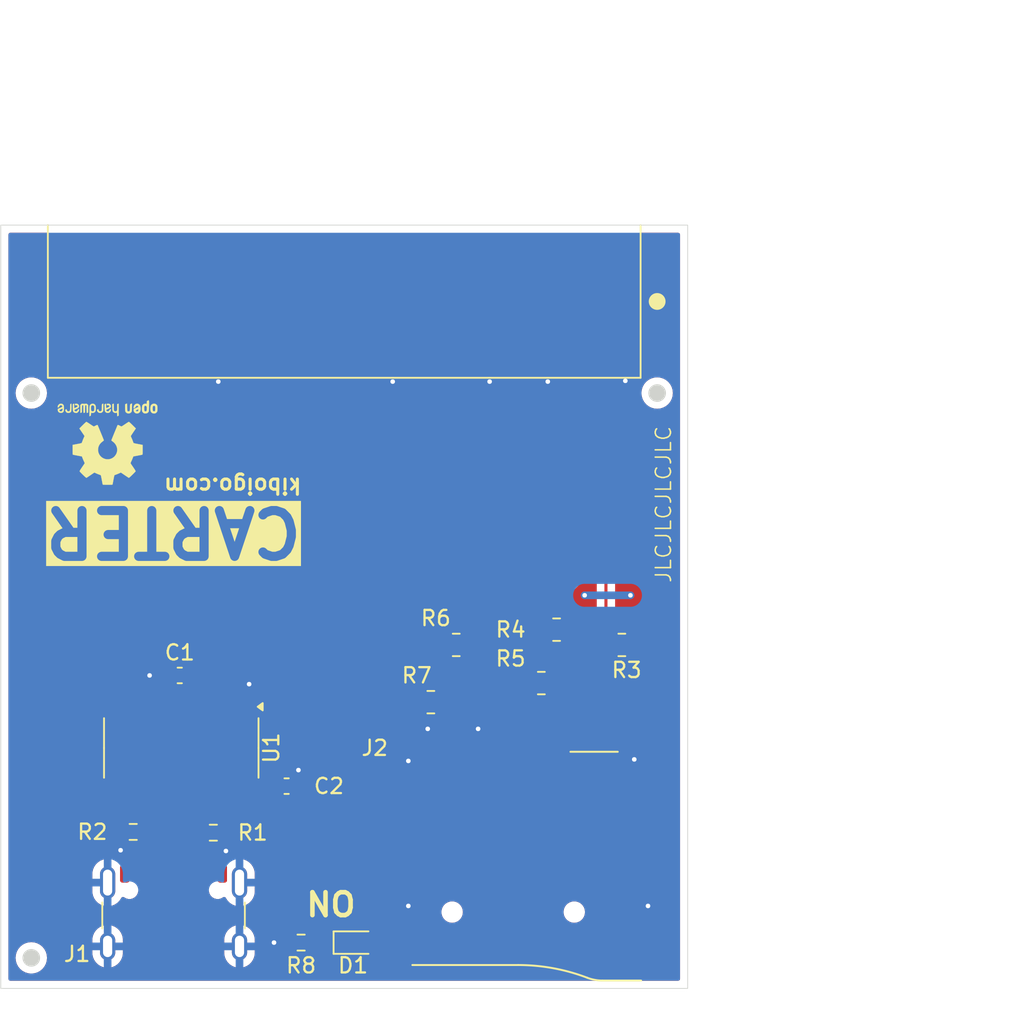
<source format=kicad_pcb>
(kicad_pcb (version 20240108) (generator "pcbnew") (generator_version "8.0")
  (layers (0 "F.Cu" signal) (31 "B.Cu" signal) (34 "B.Paste" user) (35 "F.Paste" user) (36 "B.SilkS" user "B.Silkscreen") (37 "F.SilkS" user "F.Silkscreen") (38 "B.Mask" user) (39 "F.Mask" user) (44 "Edge.Cuts" user))
  (net 0 "")
  (net 1 "GND")
  (net 2 "+3V3")
  (net 3 "Net-(D1-K)")
  (net 4 "+5V")
  (net 5 "Net-(U1-UD-)")
  (net 6 "Net-(J1-CC1)")
  (net 7 "Net-(U1-UD+)")
  (net 8 "Net-(J1-CC2)")
  (net 9 "/SD_CLK")
  (net 10 "/SD_D2")
  (net 11 "/SD_D3")
  (net 12 "/SD_CMD")
  (net 13 "/SD_D0")
  (net 14 "/SD_D1")
  (net 17 "Net-(U1-TXD)")
  (net 20 "Net-(U1-RXD)")
  (footprint "Capacitor_SMD:C_0603_1608Metric" (layer "F.Cu") (at 141.725 79.5 180)
    (property "Reference" "C1" (at 0 1.5 180) (layer "F.SilkS"))
    (property "Value" "0.1uF")
    (pad "1" smd roundrect (at -0.775 0 180) (size 0.9 0.95) (layers "F.Cu" "F.Paste" "F.Mask") (net 2 "+3V3"))
    (pad "2" smd roundrect (at 0.775 0 180) (size 0.9 0.95) (layers "F.Cu" "F.Paste" "F.Mask") (net 1 "GND"))
  )
  (footprint "Resistor_SMD:R_0603_1608Metric" (layer "F.Cu") (at 149.675 97)
    (property "Reference" "R8" (at 0 1.5 0) (layer "F.SilkS"))
    (property "Value" "220")
    (pad "1" smd roundrect (at -0.825 0) (size 0.8 0.95) (layers "F.Cu" "F.Paste" "F.Mask") (net 1 "GND"))
    (pad "2" smd roundrect (at 0.825 0) (size 0.8 0.95) (layers "F.Cu" "F.Paste" "F.Mask") (net 3 "Net-(D1-K)"))
  )
  (footprint "Resistor_SMD:R_0805_2012Metric" (layer "F.Cu") (at 159.8375 77.5)
    (property "Reference" "R6" (at -1.3375 -1.75 0) (layer "F.SilkS"))
    (property "Value" "50K")
    (pad "1" smd roundrect (at -0.9125 0) (size 1.025 1.4) (layers "F.Cu" "F.Paste" "F.Mask") (roundrect_rratio 0.243902) (net 2 "+3V3"))
    (pad "2" smd roundrect (at 0.9125 0) (size 1.025 1.4) (layers "F.Cu" "F.Paste" "F.Mask") (roundrect_rratio 0.243902) (net 13 "/SD_D0"))
  )
  (footprint "LED_SMD:LED_0603_1608Metric" (layer "F.Cu") (at 153.2875 97)
    (property "Reference" "D1" (at -0.2125 1.5 0) (layer "F.SilkS"))
    (property "Value" "Power LED")
    (pad "1" smd roundrect (at -0.7875 0) (size 0.875 0.95) (layers "F.Cu" "F.Paste" "F.Mask") (net 3 "Net-(D1-K)"))
    (pad "2" smd roundrect (at 0.7875 0) (size 0.875 0.95) (layers "F.Cu" "F.Paste" "F.Mask") (net 2 "+3V3"))
  )
  (footprint "Symbol:OSHW-Logo2_7.3x6mm_SilkScreen" (layer "F.Cu") (at 137 64.25 180)
    (property "Reference" "REF**" (hide yes))
    (property "Value" "OSHW-Logo2_7.3x6mm_SilkScreen" (hide yes))
  )
  (footprint "Resistor_SMD:R_0805_2012Metric" (layer "F.Cu") (at 170.6875 77.5 180)
    (property "Reference" "R3" (at -0.3125 -1.65 180) (layer "F.SilkS"))
    (property "Value" "50K")
    (pad "1" smd roundrect (at -0.9125 0 180) (size 1.025 1.4) (layers "F.Cu" "F.Paste" "F.Mask") (roundrect_rratio 0.243902) (net 2 "+3V3"))
    (pad "2" smd roundrect (at 0.9125 0 180) (size 1.025 1.4) (layers "F.Cu" "F.Paste" "F.Mask") (roundrect_rratio 0.243902) (net 10 "/SD_D2"))
  )
  (footprint "Capacitor_SMD:C_0603_1608Metric" (layer "F.Cu") (at 148.725 86.75)
    (property "Reference" "C2" (at 2.775 0 0) (layer "F.SilkS"))
    (property "Value" "0.1uF")
    (pad "1" smd roundrect (at -0.775 0) (size 0.9 0.95) (layers "F.Cu" "F.Paste" "F.Mask") (net 2 "+3V3"))
    (pad "2" smd roundrect (at 0.775 0) (size 0.9 0.95) (layers "F.Cu" "F.Paste" "F.Mask") (net 1 "GND"))
  )
  (footprint "Resistor_SMD:R_0805_2012Metric" (layer "F.Cu") (at 166.4125 76.5 180)
    (property "Reference" "R4" (at 3.0125 0 180) (layer "F.SilkS"))
    (property "Value" "50K")
    (pad "1" smd roundrect (at -0.9125 0 180) (size 1.025 1.4) (layers "F.Cu" "F.Paste" "F.Mask") (roundrect_rratio 0.243902) (net 2 "+3V3"))
    (pad "2" smd roundrect (at 0.9125 0 180) (size 1.025 1.4) (layers "F.Cu" "F.Paste" "F.Mask") (roundrect_rratio 0.243902) (net 11 "/SD_D3"))
  )
  (footprint "Resistor_SMD:R_0603_1608Metric" (layer "F.Cu") (at 143.925 89.8)
    (property "Reference" "R1" (at 2.575 0 0) (layer "F.SilkS"))
    (property "Value" "5.1K")
    (pad "1" smd roundrect (at -0.825 0) (size 0.8 0.95) (layers "F.Cu" "F.Paste" "F.Mask") (net 8 "Net-(J1-CC2)"))
    (pad "2" smd roundrect (at 0.825 0) (size 0.8 0.95) (layers "F.Cu" "F.Paste" "F.Mask") (net 1 "GND"))
  )
  (footprint "LeapFrog:Cartridge" (layer "F.Cu") (at 152.5 55)
    (property "Reference" "U2" (hide yes))
    (property "Value" "~")
    (pad "1" smd rect (at -18.415 0) (size 1 8) (layers "F.Cu" "F.Mask"))
    (pad "2" smd rect (at -17.145 0) (size 1 8) (layers "F.Cu" "F.Mask"))
    (pad "3" smd rect (at -15.875 0) (size 1 8) (layers "F.Cu" "F.Mask"))
    (pad "4" smd rect (at -14.605 0) (size 1 8) (layers "F.Cu" "F.Mask"))
    (pad "5" smd rect (at -13.335 0) (size 1 8) (layers "F.Cu" "F.Mask"))
    (pad "6" smd rect (at -12.065 0) (size 1 8) (layers "F.Cu" "F.Mask"))
    (pad "7" smd rect (at -10.795 0) (size 1 8) (layers "F.Cu" "F.Mask"))
    (pad "8" smd rect (at -9.525 0) (size 1 8) (layers "F.Cu" "F.Mask") (net 2 "+3V3"))
    (pad "9" smd rect (at -8.255 0) (size 1 8) (layers "F.Cu" "F.Mask") (net 1 "GND"))
    (pad "10" smd rect (at -6.985 0) (size 1 8) (layers "F.Cu" "F.Mask"))
    (pad "11" smd rect (at -5.715 0) (size 1 8) (layers "F.Cu" "F.Mask"))
    (pad "12" smd rect (at -4.445 0) (size 1 8) (layers "F.Cu" "F.Mask"))
    (pad "13" smd rect (at -3.175 0) (size 1 8) (layers "F.Cu" "F.Mask"))
    (pad "14" smd rect (at -1.905 0) (size 1 8) (layers "F.Cu" "F.Mask"))
    (pad "15" smd rect (at -0.635 0) (size 1 8) (layers "F.Cu" "F.Mask"))
    (pad "16" smd rect (at 0.635 0) (size 1 8) (layers "F.Cu" "F.Mask"))
    (pad "17" smd rect (at 1.905 0) (size 1 8) (layers "F.Cu" "F.Mask"))
    (pad "18" smd rect (at 3.175 0) (size 1 8) (layers "F.Cu" "F.Mask") (net 1 "GND"))
    (pad "19" smd rect (at 4.445 0) (size 1 8) (layers "F.Cu" "F.Mask") (net 20 "Net-(U1-RXD)"))
    (pad "20" smd rect (at 5.715 0) (size 1 8) (layers "F.Cu" "F.Mask") (net 17 "Net-(U1-TXD)"))
    (pad "21" smd rect (at 6.985 0) (size 1 8) (layers "F.Cu" "F.Mask") (net 14 "/SD_D1"))
    (pad "22" smd rect (at 8.255 0) (size 1 8) (layers "F.Cu" "F.Mask") (net 13 "/SD_D0"))
    (pad "23" smd rect (at 9.525 0) (size 1 8) (layers "F.Cu" "F.Mask") (net 1 "GND"))
    (pad "24" smd rect (at 10.795 0) (size 1 8) (layers "F.Cu" "F.Mask") (net 9 "/SD_CLK"))
    (pad "25" smd rect (at 12.065 0) (size 1 8) (layers "F.Cu" "F.Mask") (net 2 "+3V3"))
    (pad "26" smd rect (at 13.335 0) (size 1 8) (layers "F.Cu" "F.Mask") (net 1 "GND"))
    (pad "27" smd rect (at 14.605 0) (size 1 8) (layers "F.Cu" "F.Mask") (net 12 "/SD_CMD"))
    (pad "28" smd rect (at 15.875 0) (size 1 8) (layers "F.Cu" "F.Mask") (net 11 "/SD_D3"))
    (pad "29" smd rect (at 17.145 0) (size 1 8) (layers "F.Cu" "F.Mask") (net 10 "/SD_D2"))
    (pad "30" smd rect (at 18.415 0) (size 1 8) (layers "F.Cu" "F.Mask") (net 1 "GND"))
  )
  (footprint "Resistor_SMD:R_0805_2012Metric" (layer "F.Cu") (at 165.4125 80 180)
    (property "Reference" "R5" (at 2.0125 1.6 180) (layer "F.SilkS"))
    (property "Value" "50K")
    (pad "1" smd roundrect (at -0.9125 0 180) (size 1.025 1.4) (layers "F.Cu" "F.Paste" "F.Mask") (roundrect_rratio 0.243902) (net 2 "+3V3"))
    (pad "2" smd roundrect (at 0.9125 0 180) (size 1.025 1.4) (layers "F.Cu" "F.Paste" "F.Mask") (roundrect_rratio 0.243902) (net 12 "/SD_CMD"))
  )
  (footprint "Package_SO:SOIC-16_3.9x9.9mm_P1.27mm" (layer "F.Cu") (at 141.825 84.25 -90)
    (property "Reference" "U1" (at 0 -5.9 90) (layer "F.SilkS"))
    (property "Value" "CH340C")
    (pad "1" smd roundrect (at -2.475 -4.445 270) (size 1.95 0.6) (layers "F.Cu" "F.Paste" "F.Mask") (net 1 "GND"))
    (pad "2" smd roundrect (at -2.475 -3.175 270) (size 1.95 0.6) (layers "F.Cu" "F.Paste" "F.Mask") (net 17 "Net-(U1-TXD)"))
    (pad "3" smd roundrect (at -2.475 -1.905 270) (size 1.95 0.6) (layers "F.Cu" "F.Paste" "F.Mask") (net 20 "Net-(U1-RXD)"))
    (pad "4" smd roundrect (at -2.475 -0.635 270) (size 1.95 0.6) (layers "F.Cu" "F.Paste" "F.Mask") (net 2 "+3V3"))
    (pad "5" smd roundrect (at -2.475 0.635 270) (size 1.95 0.6) (layers "F.Cu" "F.Paste" "F.Mask") (net 7 "Net-(U1-UD+)"))
    (pad "6" smd roundrect (at -2.475 1.905 270) (size 1.95 0.6) (layers "F.Cu" "F.Paste" "F.Mask") (net 5 "Net-(U1-UD-)"))
    (pad "7" smd roundrect (at -2.475 3.175 270) (size 1.95 0.6) (layers "F.Cu" "F.Paste" "F.Mask"))
    (pad "8" smd roundrect (at -2.475 4.445 270) (size 1.95 0.6) (layers "F.Cu" "F.Paste" "F.Mask"))
    (pad "9" smd roundrect (at 2.475 4.445 270) (size 1.95 0.6) (layers "F.Cu" "F.Paste" "F.Mask"))
    (pad "10" smd roundrect (at 2.475 3.175 270) (size 1.95 0.6) (layers "F.Cu" "F.Paste" "F.Mask"))
    (pad "11" smd roundrect (at 2.475 1.905 270) (size 1.95 0.6) (layers "F.Cu" "F.Paste" "F.Mask"))
    (pad "12" smd roundrect (at 2.475 0.635 270) (size 1.95 0.6) (layers "F.Cu" "F.Paste" "F.Mask"))
    (pad "13" smd roundrect (at 2.475 -0.635 270) (size 1.95 0.6) (layers "F.Cu" "F.Paste" "F.Mask"))
    (pad "14" smd roundrect (at 2.475 -1.905 270) (size 1.95 0.6) (layers "F.Cu" "F.Paste" "F.Mask"))
    (pad "15" smd roundrect (at 2.475 -3.175 270) (size 1.95 0.6) (layers "F.Cu" "F.Paste" "F.Mask"))
    (pad "16" smd roundrect (at 2.475 -4.445 270) (size 1.95 0.6) (layers "F.Cu" "F.Paste" "F.Mask") (net 2 "+3V3"))
  )
  (footprint "Resistor_SMD:R_0805_2012Metric" (layer "F.Cu") (at 158.175 81.25)
    (property "Reference" "R7" (at -0.925 -1.75 0) (layer "F.SilkS"))
    (property "Value" "50K")
    (pad "1" smd roundrect (at -0.9125 0) (size 1.025 1.4) (layers "F.Cu" "F.Paste" "F.Mask") (roundrect_rratio 0.243902) (net 2 "+3V3"))
    (pad "2" smd roundrect (at 0.9125 0) (size 1.025 1.4) (layers "F.Cu" "F.Paste" "F.Mask") (roundrect_rratio 0.243902) (net 14 "/SD_D1"))
  )
  (footprint "ST-TF:SUNTECH_ST-TF-003A" (layer "F.Cu") (at 163.25 89.83)
    (property "Reference" "J2" (at -8.75 -5.58 0) (layer "F.SilkS") (effects (font (size 1.000504 1.000504))))
    (property "Value" "Micro_SD_Card")
    (pad "" np_thru_hole circle (at -3.68 5.17) (size 0.9 0.9) (drill 0.9) (layers "*.Cu" "*.Mask"))
    (pad "" np_thru_hole circle (at 4.32 5.17) (size 0.9 0.9) (drill 0.9) (layers "*.Cu" "*.Mask"))
    (pad "1" smd rect (at 3.52 -5.33 270) (size 1.6 0.7) (layers "F.Cu" "F.Paste" "F.Mask") (net 10 "/SD_D2"))
    (pad "2" smd rect (at 2.42 -5.330001 270) (size 1.6 0.7) (layers "F.Cu" "F.Paste" "F.Mask") (net 11 "/SD_D3"))
    (pad "3" smd rect (at 1.32 -5.33 270) (size 1.6 0.7) (layers "F.Cu" "F.Paste" "F.Mask") (net 12 "/SD_CMD"))
    (pad "4" smd rect (at 0.22 -5.330001 270) (size 1.6 0.7) (layers "F.Cu" "F.Paste" "F.Mask") (net 2 "+3V3"))
    (pad "5" smd rect (at -0.88 -5.33 270) (size 1.6 0.7) (layers "F.Cu" "F.Paste" "F.Mask") (net 9 "/SD_CLK"))
    (pad "6" smd rect (at -1.98 -5.330001 270) (size 1.6 0.7) (layers "F.Cu" "F.Paste" "F.Mask") (net 1 "GND"))
    (pad "7" smd rect (at -3.08 -5.33 270) (size 1.6 0.7) (layers "F.Cu" "F.Paste" "F.Mask") (net 13 "/SD_D0"))
    (pad "8" smd rect (at -4.18 -5.33 270) (size 1.6 0.7) (layers "F.Cu" "F.Paste" "F.Mask") (net 14 "/SD_D1"))
    (pad "9" smd rect (at -5.28 -5.33 270) (size 1.6 0.7) (layers "F.Cu" "F.Paste" "F.Mask") (net 1 "GND"))
    (pad "G1" smd rect (at -6.580001 -4.73 270) (size 1.6 1.4) (layers "F.Cu" "F.Paste" "F.Mask"))
    (pad "G2" smd rect (at -6.58 4.77 270) (size 2.2 1.4) (layers "F.Cu" "F.Paste" "F.Mask"))
    (pad "G3" smd rect (at 9.12 4.77 270) (size 2.2 1.4) (layers "F.Cu" "F.Paste" "F.Mask"))
    (pad "G4" smd rect (at 8.22 -4.83 270) (size 1.4 1.8) (layers "F.Cu" "F.Paste" "F.Mask"))
    (zone (net 0) (net_name "") (layer "F.Cu") (connect_pads (clearance 0)) (min_thickness 0.01)
      (keepout (tracks not_allowed) (vias not_allowed) (pads not_allowed) (copperpour not_allowed) (footprints allowed))
      (fill (thermal_gap 0.508) (thermal_bridge_width 0.508))
      (polygon (pts (xy 161.91863 85.4) (xy 163.920001 85.4) (xy 163.92 94.40471) (xy 161.91863 94.40471)))
    )
  )
  (footprint "Resistor_SMD:R_0603_1608Metric" (layer "F.Cu") (at 138.675 89.75 180)
    (property "Reference" "R2" (at 2.675 0 180) (layer "F.SilkS"))
    (property "Value" "5.1K")
    (pad "1" smd roundrect (at -0.825 0 180) (size 0.8 0.95) (layers "F.Cu" "F.Paste" "F.Mask") (net 6 "Net-(J1-CC1)"))
    (pad "2" smd roundrect (at 0.825 0 180) (size 0.8 0.95) (layers "F.Cu" "F.Paste" "F.Mask") (net 1 "GND"))
  )
  (footprint "Connector_USB:USB_C_Receptacle_GCT_USB4105-xx-A_16P_TopMnt_Horizontal" (layer "F.Cu") (at 141.32 96.175)
    (property "Reference" "J1" (at -6.32 1.575 0) (layer "F.SilkS"))
    (property "Value" "USB C")
    (pad "" np_thru_hole circle (at -2.89 -2.605) (size 0.65 0.65) (drill 0.65) (layers "F&B.Cu" "*.Mask"))
    (pad "" np_thru_hole circle (at 2.89 -2.605) (size 0.65 0.65) (drill 0.65) (layers "F&B.Cu" "*.Mask"))
    (pad "A1" smd roundrect (at -3.2 -3.68) (size 0.6 1.15) (layers "F.Cu" "F.Paste" "F.Mask") (net 1 "GND"))
    (pad "A4" smd roundrect (at -2.4 -3.68) (size 0.6 1.15) (layers "F.Cu" "F.Paste" "F.Mask") (net 4 "+5V"))
    (pad "A5" smd roundrect (at -1.25 -3.679999) (size 0.3 1.15) (layers "F.Cu" "F.Paste" "F.Mask") (net 6 "Net-(J1-CC1)"))
    (pad "A6" smd roundrect (at -0.25 -3.68) (size 0.3 1.15) (layers "F.Cu" "F.Paste" "F.Mask") (net 7 "Net-(U1-UD+)"))
    (pad "A7" smd roundrect (at 0.25 -3.68) (size 0.3 1.15) (layers "F.Cu" "F.Paste" "F.Mask") (net 5 "Net-(U1-UD-)"))
    (pad "A8" smd roundrect (at 1.25 -3.679999) (size 0.3 1.15) (layers "F.Cu" "F.Paste" "F.Mask"))
    (pad "A9" smd roundrect (at 2.4 -3.68) (size 0.6 1.15) (layers "F.Cu" "F.Paste" "F.Mask") (net 4 "+5V"))
    (pad "A12" smd roundrect (at 3.2 -3.68) (size 0.6 1.15) (layers "F.Cu" "F.Paste" "F.Mask") (net 1 "GND"))
    (pad "B1" smd roundrect (at 3.2 -3.68) (size 0.6 1.15) (layers "F.Cu" "F.Paste" "F.Mask") (net 1 "GND"))
    (pad "B4" smd roundrect (at 2.4 -3.68) (size 0.6 1.15) (layers "F.Cu" "F.Paste" "F.Mask") (net 4 "+5V"))
    (pad "B5" smd roundrect (at 1.75 -3.68) (size 0.3 1.15) (layers "F.Cu" "F.Paste" "F.Mask") (net 8 "Net-(J1-CC2)"))
    (pad "B6" smd roundrect (at 0.75 -3.68) (size 0.3 1.15) (layers "F.Cu" "F.Paste" "F.Mask") (net 7 "Net-(U1-UD+)"))
    (pad "B7" smd roundrect (at -0.75 -3.68) (size 0.3 1.15) (layers "F.Cu" "F.Paste" "F.Mask") (net 5 "Net-(U1-UD-)"))
    (pad "B8" smd roundrect (at -1.75 -3.68) (size 0.3 1.15) (layers "F.Cu" "F.Paste" "F.Mask"))
    (pad "B9" smd roundrect (at -2.4 -3.68) (size 0.6 1.15) (layers "F.Cu" "F.Paste" "F.Mask") (net 4 "+5V"))
    (pad "B12" smd roundrect (at -3.2 -3.68) (size 0.6 1.15) (layers "F.Cu" "F.Paste" "F.Mask") (net 1 "GND"))
    (pad "S1" thru_hole oval (at -4.32 -3.105) (size 1 2.1) (drill oval 0.6 1.7) (layers "*.Cu" "*.Mask" "F.Paste") (net 1 "GND"))
    (pad "S1" thru_hole oval (at -4.32 1.075) (size 1 1.8) (drill oval 0.6 1.4) (layers "*.Cu" "*.Mask" "F.Paste") (net 1 "GND"))
    (pad "S1" thru_hole oval (at 4.32 -3.105) (size 1 2.1) (drill oval 0.6 1.7) (layers "*.Cu" "*.Mask" "F.Paste") (net 1 "GND"))
    (pad "S1" thru_hole oval (at 4.32 1.075) (size 1 1.8) (drill oval 0.6 1.4) (layers "*.Cu" "*.Mask" "F.Paste") (net 1 "GND"))
  )
  (gr_circle (center 132 98) (end 132.526 98) (stroke (width 0.1)) (fill solid) (layer "Edge.Cuts"))
  (gr_circle (center 173 61) (end 173.526 61) (stroke (width 0.1)) (fill solid) (layer "Edge.Cuts"))
  (gr_circle (center 132 61) (end 132.526 61) (stroke (width 0.1)) (fill solid) (layer "Edge.Cuts"))
  (gr_rect (start 130 50) (end 175 100) (stroke (width 0.05)) (fill none) (layer "Edge.Cuts"))
  (gr_text "JLCJLCJLCJLC\n" (at 174 73.5 90) (layer "F.SilkS") (effects (font (size 1 1) (thickness 0.1)) (justify left bottom)))
  (gr_text "ON\n" (at 153.4 93.5 180) (layer "F.SilkS") (effects (font (size 1.5 1.5) (thickness 0.3) (bold yes)) (justify left bottom)))
  (gr_text "CARTER" (at 150 68.3 180) (layer "F.SilkS" knockout) (effects (font (size 3 3) (thickness 0.6) (bold yes)) (justify left bottom)))
  (gr_text "kiboigo.com" (at 149.8 66.5 180) (layer "F.SilkS") (effects (font (size 1 1) (thickness 0.2) (bold yes)) (justify left bottom)))
  (segment (start 171.47 85) (end 171.5 85) (width 0.5) (layer "F.Cu") (net 1))
  (segment (start 144.75 91) (end 144.75 89.85) (width 0.5) (layer "F.Cu") (net 1))
  (segment (start 161.27 83) (end 161.27 84.499999) (width 0.5) (layer "F.Cu") (net 1))
  (segment (start 172.37 94.6) (end 172.4 94.6) (width 0.5) (layer "F.Cu") (net 1))
  (segment (start 170.915 60.2) (end 170.915 55) (width 0.5) (layer "F.Cu") (net 1))
  (segment (start 144.52 91.23) (end 144.52 92.495) (width 0.5) (layer "F.Cu") (net 1))
  (segment (start 165.835 60.25) (end 165.835 55) (width 0.5) (layer "F.Cu") (net 1))
  (segment (start 156.669999 85.1) (end 156.7 85.1) (width 0.5) (layer "F.Cu") (net 1))
  (segment (start 157.97 83) (end 157.97 84.5) (width 0.5) (layer "F.Cu") (net 1))
  (segment (start 156.67 94.58) (end 156.75 94.5) (width 0.5) (layer "F.Cu") (net 1))
  (segment (start 157.97 84.000001) (end 157.97 84.5) (width 0.5) (layer "F.Cu") (net 1))
  (segment (start 137.85 90.95) (end 137.85 89.75) (width 0.5) (layer "F.Cu") (net 1))
  (segment (start 155.675 60.25) (end 155.675 55) (width 0.5) (layer "F.Cu") (net 1))
  (segment (start 144.245 60.245) (end 144.245 55) (width 0.5) (layer "F.Cu") (net 1))
  (segment (start 172.4 94.6) (end 172.35 94.6) (width 0.5) (layer "F.Cu") (net 1))
  (segment (start 149.5 86.75) (end 149.5 85.7) (width 0.5) (layer "F.Cu") (net 1))
  (segment (start 138.12 92.495) (end 138.12 91.22) (width 0.5) (layer "F.Cu") (net 1))
  (segment (start 156.67 94.6) (end 156.7 94.6) (width 0.5) (layer "F.Cu") (net 1))
  (segment (start 147.9 97) (end 148.85 97) (width 0.5) (layer "F.Cu") (net 1))
  (segment (start 162.025 60.25) (end 162.025 55) (width 0.5) (layer "F.Cu") (net 1))
  (segment (start 140.7 79.5) (end 139.75 79.5) (width 0.5) (layer "F.Cu") (net 1))
  (segment (start 144.75 91) (end 144.52 91.23) (width 0.5) (layer "F.Cu") (net 1))
  (segment (start 146.27 80.07) (end 146.27 81.775) (width 0.5) (layer "F.Cu") (net 1))
  (segment (start 138.12 91.22) (end 137.85 90.95) (width 0.5) (layer "F.Cu") (net 1))
  (segment (start 156.7 85.1) (end 156.6 85.1) (width 0.5) (layer "F.Cu") (net 1))
  (segment (start 156.6 85.1) (end 156.5 85) (width 0.5) (layer "F.Cu") (net 1))
  (segment (start 172.35 94.6) (end 172.25 94.5) (width 0.5) (layer "F.Cu") (net 1))
  (segment (start 144.25 60.25) (end 144.245 60.245) (width 0.5) (layer "F.Cu") (net 1))
  (segment (start 156.7 94.6) (end 156.67 94.58) (width 0.5) (layer "F.Cu") (net 1))
  (via (at 161.27 83) (size 0.6) (drill 0.3) (layers "F.Cu" "B.Cu") (net 1))
  (via (at 156.7 94.6) (size 0.6) (drill 0.3) (layers "F.Cu" "B.Cu") (net 1))
  (via (at 137.85 90.95) (size 0.6) (drill 0.3) (layers "F.Cu" "B.Cu") (net 1))
  (via (at 171.5 85) (size 0.6) (drill 0.3) (layers "F.Cu" "B.Cu") (net 1))
  (via (at 155.675 60.25) (size 0.6) (drill 0.3) (layers "F.Cu" "B.Cu") (net 1))
  (via (at 162.025 60.25) (size 0.6) (drill 0.3) (layers "F.Cu" "B.Cu") (net 1))
  (via (at 170.915 60.2) (size 0.6) (drill 0.3) (layers "F.Cu" "B.Cu") (net 1))
  (via (at 146.27 80.07) (size 0.6) (drill 0.3) (layers "F.Cu" "B.Cu") (net 1))
  (via (at 157.97 83) (size 0.6) (drill 0.3) (layers "F.Cu" "B.Cu") (net 1))
  (via (at 144.75 91) (size 0.6) (drill 0.3) (layers "F.Cu" "B.Cu") (net 1))
  (via (at 147.9 97) (size 0.6) (drill 0.3) (layers "F.Cu" "B.Cu") (net 1))
  (via (at 172.4 94.6) (size 0.6) (drill 0.3) (layers "F.Cu" "B.Cu") (net 1))
  (via (at 139.75 79.5) (size 0.6) (drill 0.3) (layers "F.Cu" "B.Cu") (net 1))
  (via (at 144.25 60.25) (size 0.6) (drill 0.3) (layers "F.Cu" "B.Cu") (net 1))
  (via (at 156.7 85.1) (size 0.6) (drill 0.3) (layers "F.Cu" "B.Cu") (net 1))
  (via (at 149.5 85.7) (size 0.6) (drill 0.3) (layers "F.Cu" "B.Cu") (net 1))
  (via (at 165.835 60.25) (size 0.6) (drill 0.3) (layers "F.Cu" "B.Cu") (net 1))
  (segment (start 142.5 81.735) (end 142.46 81.775) (width 0.5) (layer "F.Cu") (net 2))
  (segment (start 164.565 55) (end 164.565 61.565) (width 0.5) (layer "F.Cu") (net 2))
  (segment (start 142.5 79.5) (end 142.5 81.735) (width 0.5) (layer "F.Cu") (net 2))
  (segment (start 147.925 86.725) (end 147.95 86.75) (width 0.5) (layer "F.Cu") (net 2))
  (segment (start 146.27 86.725) (end 147.925 86.725) (width 0.5) (layer "F.Cu") (net 2))
  (segment (start 142.975 55) (end 142.975 60.975) (width 0.5) (layer "F.Cu") (net 2))
  (segment (start 143 61) (end 142.975 60.975) (width 0.5) (layer "F.Cu") (net 2))
  (via (at 171.25 74.25) (size 0.5) (drill 0.3) (layers "F.Cu" "B.Cu") (net 2))
  (via (at 168.25 74.25) (size 0.5) (drill 0.3) (layers "F.Cu" "B.Cu") (net 2))
  (segment (start 171.25 74.25) (end 168.25 74.25) (width 0.5) (layer "B.Cu") (net 2))
  (segment (start 152.5 97) (end 150.5 97) (width 0.5) (layer "F.Cu") (net 3))
  (segment (start 141.57 91.88759) (end 141.57 92.495) (width 0.2) (layer "F.Cu") (net 5))
  (segment (start 139.92 81.775) (end 139.92 83.67) (width 0.2) (layer "F.Cu") (net 5))
  (segment (start 141.30241 91.62) (end 141.57 91.88759) (width 0.2) (layer "F.Cu") (net 5))
  (segment (start 140.57 91.88759) (end 140.83759 91.62) (width 0.2) (layer "F.Cu") (net 5))
  (segment (start 140.57 92.495) (end 140.57 91.88759) (width 0.2) (layer "F.Cu") (net 5))
  (segment (start 140.57 84.32) (end 140.57 92.495) (width 0.2) (layer "F.Cu") (net 5))
  (segment (start 139.92 83.67) (end 140.57 84.32) (width 0.2) (layer "F.Cu") (net 5))
  (segment (start 140.83759 91.62) (end 141.30241 91.62) (width 0.2) (layer "F.Cu") (net 5))
  (segment (start 140.07 90.32) (end 140.07 92.495001) (width 0.2) (layer "F.Cu") (net 6))
  (segment (start 139.5 89.75) (end 140.07 90.32) (width 0.2) (layer "F.Cu") (net 6))
  (segment (start 141.80241 93.37) (end 142.07 93.10241) (width 0.2) (layer "F.Cu") (net 7))
  (segment (start 142.07 90.72) (end 141.79 90.44) (width 0.2) (layer "F.Cu") (net 7))
  (segment (start 141.07 92.495) (end 141.07 93.10241) (width 0.2) (layer "F.Cu") (net 7))
  (segment (start 141.07 93.10241) (end 141.33759 93.37) (width 0.2) (layer "F.Cu") (net 7))
  (segment (start 141.19 83.54) (end 141.19 81.775) (width 0.2) (layer "F.Cu") (net 7))
  (segment (start 141.79 84.14) (end 141.19 83.54) (width 0.2) (layer "F.Cu") (net 7))
  (segment (start 141.33759 93.37) (end 141.80241 93.37) (width 0.2) (layer "F.Cu") (net 7))
  (segment (start 141.79 90.44) (end 141.79 84.14) (width 0.2) (layer "F.Cu") (net 7))
  (segment (start 142.07 92.495) (end 142.07 90.72) (width 0.2) (layer "F.Cu") (net 7))
  (segment (start 142.07 93.10241) (end 142.07 92.495) (width 0.2) (layer "F.Cu") (net 7))
  (segment (start 143.07 92.495) (end 143.07 89.88) (width 0.2) (layer "F.Cu") (net 8))
  (segment (start 143.07 89.88) (end 143.1 89.85) (width 0.2) (layer "F.Cu") (net 8))
  (segment (start 162.37 68.63) (end 163.295 67.705) (width 0.2) (layer "F.Cu") (net 9))
  (segment (start 163.295 55) (end 163.295 67.705) (width 0.2) (layer "F.Cu") (net 9))
  (segment (start 162.37 84.5) (end 162.37 68.63) (width 0.2) (layer "F.Cu") (net 9))
  (segment (start 169.645 77.37) (end 169.775 77.5) (width 0.2) (layer "F.Cu") (net 10))
  (segment (start 169.775 79.245) (end 169.775 77.5) (width 0.2) (layer "F.Cu") (net 10))
  (segment (start 169.775 77.5) (end 169.6 77.325) (width 0.2) (layer "F.Cu") (net 10))
  (segment (start 169.6 55.045) (end 169.645 55) (width 0.2) (layer "F.Cu") (net 10))
  (segment (start 169.645 77.4425) (end 169.5875 77.5) (width 0.2) (layer "F.Cu") (net 10))
  (segment (start 166.77 82.25) (end 169.775 79.245) (width 0.2) (layer "F.Cu") (net 10))
  (segment (start 169.645 55) (end 169.645 77.37) (width 0.2) (layer "F.Cu") (net 10))
  (segment (start 166.77 84.5) (end 166.77 82.25) (width 0.2) (layer "F.Cu") (net 10))
  (segment (start 165.5 76.5) (end 165.5 75.1) (width 0.2) (layer "F.Cu") (net 11))
  (segment (start 165.5125 77.7625) (end 165.5125 82.25) (width 0.2) (layer "F.Cu") (net 11))
  (segment (start 165.5 76.5) (end 165.5 77.75) (width 0.2) (layer "F.Cu") (net 11))
  (segment (start 165.5 76.5) (end 165.5 75.2875) (width 0.2) (layer "F.Cu") (net 11))
  (segment (start 168.375 72.225) (end 168.375 55) (width 0.2) (layer "F.Cu") (net 11))
  (segment (start 165.67 82.4075) (end 165.67 84.499999) (width 0.2) (layer "F.Cu") (net 11))
  (segment (start 165.5125 82.25) (end 165.67 82.4075) (width 0.2) (layer "F.Cu") (net 11))
  (segment (start 168.4 55.025) (end 168.375 55) (width 0.2) (layer "F.Cu") (net 11))
  (segment (start 165.5 77.75) (end 165.5125 77.7625) (width 0.2) (layer "F.Cu") (net 11))
  (segment (start 165.5 75.1) (end 168.375 72.225) (width 0.2) (layer "F.Cu") (net 11))
  (segment (start 164.5 74.5) (end 164.5 80) (width 0.2) (layer "F.Cu") (net 12))
  (segment (start 164.5 80) (end 164.57 80.07) (width 0.2) (layer "F.Cu") (net 12))
  (segment (start 167.105 55) (end 167.105 71.895) (width 0.2) (layer "F.Cu") (net 12))
  (segment (start 167.105 71.895) (end 164.5 74.5) (width 0.2) (layer "F.Cu") (net 12))
  (segment (start 164.57 80.07) (end 164.57 84.5) (width 0.2) (layer "F.Cu") (net 12))
  (segment (start 160.5 55.255) (end 160.755 55) (width 0.2) (layer "F.Cu") (net 13))
  (segment (start 160.755 77.495) (end 160.75 77.5) (width 0.2) (layer "F.Cu") (net 13))
  (segment (start 160.75 60.25) (end 160.755 60.245) (width 0.2) (layer "F.Cu") (net 13))
  (segment (start 160.17 84.5) (end 160.17 80.83) (width 0.2) (layer "F.Cu") (net 13))
  (segment (start 160.75 80.25) (end 160.75 77.5) (width 0.2) (layer "F.Cu") (net 13))
  (segment (start 160.755 55) (end 160.755 77.495) (width 0.2) (layer "F.Cu") (net 13))
  (segment (start 160.17 80.83) (end 160.75 80.25) (width 0.2) (layer "F.Cu") (net 13))
  (segment (start 159.0875 79.9125) (end 159.75 79.25) (width 0.2) (layer "F.Cu") (net 14))
  (segment (start 159.07 84.5) (end 159.07 81.2675) (width 0.2) (layer "F.Cu") (net 14))
  (segment (start 159.07 81.2675) (end 159.0875 81.25) (width 0.2) (layer "F.Cu") (net 14))
  (segment (start 159.75 79.25) (end 159.75 55.265) (width 0.2) (layer "F.Cu") (net 14))
  (segment (start 159.0875 81.25) (end 159.0875 79.9125) (width 0.2) (layer "F.Cu") (net 14))
  (segment (start 159.75 55.265) (end 159.485 55) (width 0.2) (layer "F.Cu") (net 14))
  (segment (start 145 80.491471) (end 158.215 67.276471) (width 0.2) (layer "F.Cu") (net 17))
  (segment (start 145 81.775) (end 145 80.491471) (width 0.2) (layer "F.Cu") (net 17))
  (segment (start 158.215 67.276471) (end 158.215 55) (width 0.2) (layer "F.Cu") (net 17))
  (segment (start 143.73 80.02) (end 143.73 81.775) (width 0.2) (layer "F.Cu") (net 20))
  (segment (start 156.945 66.805) (end 143.73 80.02) (width 0.2) (layer "F.Cu") (net 20))
  (segment (start 156.945 55) (end 156.945 66.805) (width 0.2) (layer "F.Cu") (net 20))
  (zone (net 2) (net_name "+3V3") (layer "F.Cu") (connect_pads (clearance 0.5)) (min_thickness 0.25) (fill yes (thermal_gap 0.5) (thermal_bridge_width 0.5))
    (polygon (pts (xy 130 50) (xy 175 50) (xy 175 100) (xy 130 100)))
  )
  (zone (net 1) (net_name "GND") (layer "B.Cu") (priority 1) (connect_pads (clearance 0.5)) (min_thickness 0.25) (fill yes (thermal_gap 0.5) (thermal_bridge_width 0.5))
    (polygon (pts (xy 130 50) (xy 175 50) (xy 175 100) (xy 130 100)))
  )
)
</source>
